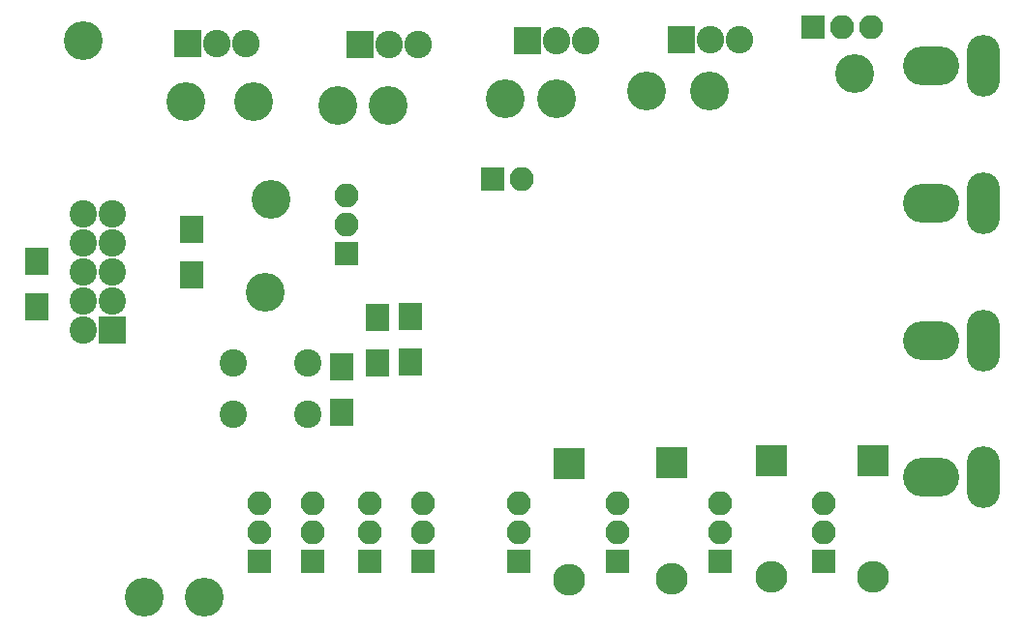
<source format=gbr>
G04 #@! TF.FileFunction,Soldermask,Bot*
%FSLAX46Y46*%
G04 Gerber Fmt 4.6, Leading zero omitted, Abs format (unit mm)*
G04 Created by KiCad (PCBNEW 4.0.7) date Thursday, 23 May 2019 'à' 19:06:03*
%MOMM*%
%LPD*%
G01*
G04 APERTURE LIST*
%ADD10C,0.100000*%
%ADD11C,3.399740*%
%ADD12R,2.398980X2.398980*%
%ADD13C,2.398980*%
%ADD14R,2.410000X2.410000*%
%ADD15C,2.410000*%
%ADD16C,2.400000*%
%ADD17R,2.800000X2.800000*%
%ADD18O,2.800000X2.800000*%
%ADD19R,2.100000X2.100000*%
%ADD20O,2.100000X2.100000*%
%ADD21R,2.000000X2.400000*%
%ADD22O,2.900000X5.400000*%
%ADD23O,4.900000X3.400000*%
%ADD24R,2.100000X2.400000*%
G04 APERTURE END LIST*
D10*
D11*
X173600000Y-50000000D03*
D12*
X108640000Y-72360000D03*
D13*
X106100000Y-72360000D03*
X108640000Y-69820000D03*
X106100000Y-69820000D03*
X108640000Y-67280000D03*
X106100000Y-67280000D03*
X108640000Y-64740000D03*
X106100000Y-64740000D03*
X108640000Y-62200000D03*
X106100000Y-62200000D03*
D14*
X158400000Y-47000000D03*
D15*
X160940000Y-47000000D03*
X163480000Y-47000000D03*
D16*
X119200000Y-79800000D03*
X119200000Y-75300000D03*
X125700000Y-79800000D03*
X125700000Y-75300000D03*
D17*
X175200000Y-83800000D03*
D18*
X175200000Y-93960000D03*
D17*
X166300000Y-83800000D03*
D18*
X166300000Y-93960000D03*
D17*
X157600000Y-84000000D03*
D18*
X157600000Y-94160000D03*
D17*
X148600000Y-84100000D03*
D18*
X148600000Y-94260000D03*
D19*
X170900000Y-92600000D03*
D20*
X170900000Y-90060000D03*
X170900000Y-87520000D03*
D19*
X161800000Y-92600000D03*
D20*
X161800000Y-90060000D03*
X161800000Y-87520000D03*
D19*
X152800000Y-92600000D03*
D20*
X152800000Y-90060000D03*
X152800000Y-87520000D03*
D19*
X144200000Y-92600000D03*
D20*
X144200000Y-90060000D03*
X144200000Y-87520000D03*
D19*
X121500000Y-92600000D03*
D20*
X121500000Y-90060000D03*
X121500000Y-87520000D03*
D19*
X126200000Y-92600000D03*
D20*
X126200000Y-90060000D03*
X126200000Y-87520000D03*
D19*
X131200000Y-92600000D03*
D20*
X131200000Y-90060000D03*
X131200000Y-87520000D03*
D19*
X135800000Y-92600000D03*
D20*
X135800000Y-90060000D03*
X135800000Y-87520000D03*
D19*
X129100000Y-65700000D03*
D20*
X129100000Y-63160000D03*
X129100000Y-60620000D03*
D19*
X141900000Y-59200000D03*
D20*
X144440000Y-59200000D03*
D11*
X122500000Y-61000000D03*
D19*
X169900000Y-45900000D03*
D20*
X172440000Y-45900000D03*
X174980000Y-45900000D03*
D11*
X128400000Y-52800000D03*
X155400000Y-51500000D03*
X132800000Y-52800000D03*
X160900000Y-51500000D03*
X115100000Y-52400000D03*
X143000000Y-52200000D03*
X121000000Y-52400000D03*
X147500000Y-52200000D03*
X116700000Y-95800000D03*
X111400000Y-95800000D03*
X122000000Y-69100000D03*
X106100000Y-47100000D03*
D14*
X130300000Y-47400000D03*
D15*
X132840000Y-47400000D03*
X135380000Y-47400000D03*
D14*
X115210000Y-47360000D03*
D15*
X117750000Y-47360000D03*
X120290000Y-47360000D03*
D14*
X145000000Y-47100000D03*
D15*
X147540000Y-47100000D03*
X150080000Y-47100000D03*
D21*
X131800000Y-71300000D03*
X131800000Y-75300000D03*
X128700000Y-79600000D03*
X128700000Y-75600000D03*
D22*
X184800000Y-73300000D03*
D23*
X180300000Y-73300000D03*
D22*
X184800000Y-49300000D03*
D23*
X180300000Y-49300000D03*
D22*
X184800000Y-85300000D03*
D23*
X180300000Y-85300000D03*
D22*
X184800000Y-61300000D03*
D23*
X180300000Y-61300000D03*
D24*
X134700000Y-71200000D03*
X134700000Y-75200000D03*
X115600000Y-63600000D03*
X115600000Y-67600000D03*
X102000000Y-70400000D03*
X102000000Y-66400000D03*
M02*

</source>
